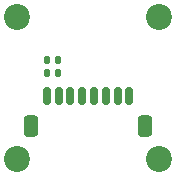
<source format=gbr>
G04 #@! TF.GenerationSoftware,KiCad,Pcbnew,(6.0.0)*
G04 #@! TF.CreationDate,2022-01-16T21:37:01+08:00*
G04 #@! TF.ProjectId,bldc_motor_encoder,626c6463-5f6d-46f7-946f-725f656e636f,rev?*
G04 #@! TF.SameCoordinates,Original*
G04 #@! TF.FileFunction,Soldermask,Top*
G04 #@! TF.FilePolarity,Negative*
%FSLAX46Y46*%
G04 Gerber Fmt 4.6, Leading zero omitted, Abs format (unit mm)*
G04 Created by KiCad (PCBNEW (6.0.0)) date 2022-01-16 21:37:01*
%MOMM*%
%LPD*%
G01*
G04 APERTURE LIST*
G04 Aperture macros list*
%AMRoundRect*
0 Rectangle with rounded corners*
0 $1 Rounding radius*
0 $2 $3 $4 $5 $6 $7 $8 $9 X,Y pos of 4 corners*
0 Add a 4 corners polygon primitive as box body*
4,1,4,$2,$3,$4,$5,$6,$7,$8,$9,$2,$3,0*
0 Add four circle primitives for the rounded corners*
1,1,$1+$1,$2,$3*
1,1,$1+$1,$4,$5*
1,1,$1+$1,$6,$7*
1,1,$1+$1,$8,$9*
0 Add four rect primitives between the rounded corners*
20,1,$1+$1,$2,$3,$4,$5,0*
20,1,$1+$1,$4,$5,$6,$7,0*
20,1,$1+$1,$6,$7,$8,$9,0*
20,1,$1+$1,$8,$9,$2,$3,0*%
G04 Aperture macros list end*
%ADD10RoundRect,0.250000X0.350000X0.650000X-0.350000X0.650000X-0.350000X-0.650000X0.350000X-0.650000X0*%
%ADD11RoundRect,0.150000X0.150000X0.625000X-0.150000X0.625000X-0.150000X-0.625000X0.150000X-0.625000X0*%
%ADD12RoundRect,0.140000X0.140000X0.170000X-0.140000X0.170000X-0.140000X-0.170000X0.140000X-0.170000X0*%
%ADD13C,2.200000*%
G04 APERTURE END LIST*
D10*
X112800000Y-95200000D03*
X103200000Y-95200000D03*
D11*
X104500000Y-92675000D03*
X105500000Y-92675000D03*
X106500000Y-92675000D03*
X107500000Y-92675000D03*
X108500000Y-92675000D03*
X109500000Y-92675000D03*
X110500000Y-92675000D03*
X111500000Y-92675000D03*
D12*
X104520000Y-89600000D03*
X105480000Y-89600000D03*
X105480000Y-90700000D03*
X104520000Y-90700000D03*
D13*
X102000000Y-86000000D03*
X102000000Y-98000000D03*
X114000000Y-98000000D03*
X114000000Y-86000000D03*
M02*

</source>
